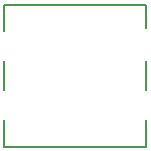
<source format=gto>
%TF.GenerationSoftware,KiCad,Pcbnew,4.0.5-e0-6337~49~ubuntu16.04.1*%
%TF.CreationDate,2017-01-17T11:54:28-08:00*%
%TF.ProjectId,2x2-12mm-Square-SMT-Pushbutton,3278322D31326D6D2D5371756172652D,v1.0*%
%TF.FileFunction,Legend,Top*%
%FSLAX46Y46*%
G04 Gerber Fmt 4.6, Leading zero omitted, Abs format (unit mm)*
G04 Created by KiCad (PCBNEW 4.0.5-e0-6337~49~ubuntu16.04.1) date Tue Jan 17 11:54:28 2017*
%MOMM*%
%LPD*%
G01*
G04 APERTURE LIST*
%ADD10C,0.350000*%
%ADD11C,0.152400*%
G04 APERTURE END LIST*
D10*
D11*
X146551000Y-97770000D02*
X146551000Y-98020000D01*
X146551000Y-98020000D02*
X146551000Y-100270000D01*
X146551000Y-105020000D02*
X146551000Y-102770000D01*
X134551000Y-105020000D02*
X146551000Y-105020000D01*
X134551000Y-102770000D02*
X134551000Y-105020000D01*
X134551000Y-97770000D02*
X134551000Y-100270000D01*
X134551000Y-93020000D02*
X134551000Y-95270000D01*
X146551000Y-93020000D02*
X146551000Y-95020000D01*
X134551000Y-93020000D02*
X146551000Y-93020000D01*
M02*

</source>
